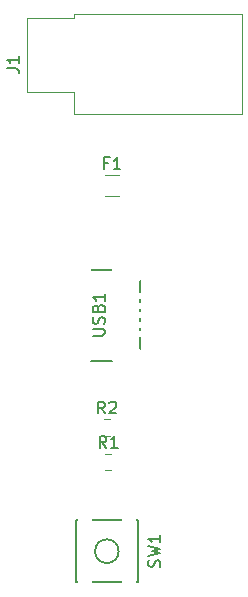
<source format=gto>
G04 #@! TF.GenerationSoftware,KiCad,Pcbnew,(5.1.4)-1*
G04 #@! TF.CreationDate,2021-10-17T20:58:04-04:00*
G04 #@! TF.ProjectId,a44key-pcb,6134346b-6579-42d7-9063-622e6b696361,rev?*
G04 #@! TF.SameCoordinates,Original*
G04 #@! TF.FileFunction,Legend,Top*
G04 #@! TF.FilePolarity,Positive*
%FSLAX46Y46*%
G04 Gerber Fmt 4.6, Leading zero omitted, Abs format (unit mm)*
G04 Created by KiCad (PCBNEW (5.1.4)-1) date 2021-10-17 20:58:04*
%MOMM*%
%LPD*%
G04 APERTURE LIST*
%ADD10C,0.120000*%
%ADD11C,0.150000*%
%ADD12C,1.852000*%
%ADD13C,4.089800*%
%ADD14C,0.100000*%
%ADD15C,1.077000*%
%ADD16R,1.202000X1.902000*%
%ADD17C,1.352000*%
%ADD18O,1.902000X2.902000*%
%ADD19O,2.802000X1.802000*%
%ADD20R,2.352000X0.602000*%
G04 APERTURE END LIST*
D10*
X80083922Y-89419500D02*
X80601078Y-89419500D01*
X80083922Y-87999500D02*
X80601078Y-87999500D01*
X79956922Y-86498500D02*
X80474078Y-86498500D01*
X79956922Y-85078500D02*
X80474078Y-85078500D01*
D11*
X77609000Y-98854500D02*
X77609000Y-93654500D01*
X77609000Y-93654500D02*
X82809000Y-93654500D01*
X82809000Y-93654500D02*
X82809000Y-98854500D01*
X82809000Y-98854500D02*
X77609000Y-98854500D01*
X81209000Y-96254500D02*
G75*
G03X81209000Y-96254500I-1000000J0D01*
G01*
D10*
X80039936Y-66188000D02*
X81244064Y-66188000D01*
X80039936Y-64368000D02*
X81244064Y-64368000D01*
X77420000Y-57338000D02*
X73420000Y-57338000D01*
X77420000Y-59238000D02*
X77420000Y-57338000D01*
X91660000Y-59238000D02*
X77420000Y-59238000D01*
X91660000Y-50798000D02*
X91660000Y-59238000D01*
X77420000Y-50798000D02*
X91660000Y-50798000D01*
X77420000Y-51098000D02*
X77420000Y-50798000D01*
X73420000Y-51098000D02*
X77420000Y-51098000D01*
X73420000Y-57338000D02*
X73420000Y-51098000D01*
D11*
X77533500Y-72413500D02*
X82983500Y-72413500D01*
X77533500Y-80113500D02*
X82983500Y-80113500D01*
X82983500Y-72413500D02*
X82983500Y-80113500D01*
X80175833Y-87511880D02*
X79842500Y-87035690D01*
X79604404Y-87511880D02*
X79604404Y-86511880D01*
X79985357Y-86511880D01*
X80080595Y-86559500D01*
X80128214Y-86607119D01*
X80175833Y-86702357D01*
X80175833Y-86845214D01*
X80128214Y-86940452D01*
X80080595Y-86988071D01*
X79985357Y-87035690D01*
X79604404Y-87035690D01*
X81128214Y-87511880D02*
X80556785Y-87511880D01*
X80842500Y-87511880D02*
X80842500Y-86511880D01*
X80747261Y-86654738D01*
X80652023Y-86749976D01*
X80556785Y-86797595D01*
X80048833Y-84590880D02*
X79715500Y-84114690D01*
X79477404Y-84590880D02*
X79477404Y-83590880D01*
X79858357Y-83590880D01*
X79953595Y-83638500D01*
X80001214Y-83686119D01*
X80048833Y-83781357D01*
X80048833Y-83924214D01*
X80001214Y-84019452D01*
X79953595Y-84067071D01*
X79858357Y-84114690D01*
X79477404Y-84114690D01*
X80429785Y-83686119D02*
X80477404Y-83638500D01*
X80572642Y-83590880D01*
X80810738Y-83590880D01*
X80905976Y-83638500D01*
X80953595Y-83686119D01*
X81001214Y-83781357D01*
X81001214Y-83876595D01*
X80953595Y-84019452D01*
X80382166Y-84590880D01*
X81001214Y-84590880D01*
X84677761Y-97587833D02*
X84725380Y-97444976D01*
X84725380Y-97206880D01*
X84677761Y-97111642D01*
X84630142Y-97064023D01*
X84534904Y-97016404D01*
X84439666Y-97016404D01*
X84344428Y-97064023D01*
X84296809Y-97111642D01*
X84249190Y-97206880D01*
X84201571Y-97397357D01*
X84153952Y-97492595D01*
X84106333Y-97540214D01*
X84011095Y-97587833D01*
X83915857Y-97587833D01*
X83820619Y-97540214D01*
X83773000Y-97492595D01*
X83725380Y-97397357D01*
X83725380Y-97159261D01*
X83773000Y-97016404D01*
X83725380Y-96683071D02*
X84725380Y-96444976D01*
X84011095Y-96254500D01*
X84725380Y-96064023D01*
X83725380Y-95825928D01*
X84725380Y-94921166D02*
X84725380Y-95492595D01*
X84725380Y-95206880D02*
X83725380Y-95206880D01*
X83868238Y-95302119D01*
X83963476Y-95397357D01*
X84011095Y-95492595D01*
X80308666Y-63386571D02*
X79975333Y-63386571D01*
X79975333Y-63910380D02*
X79975333Y-62910380D01*
X80451523Y-62910380D01*
X81356285Y-63910380D02*
X80784857Y-63910380D01*
X81070571Y-63910380D02*
X81070571Y-62910380D01*
X80975333Y-63053238D01*
X80880095Y-63148476D01*
X80784857Y-63196095D01*
X71742380Y-55351333D02*
X72456666Y-55351333D01*
X72599523Y-55398952D01*
X72694761Y-55494190D01*
X72742380Y-55637047D01*
X72742380Y-55732285D01*
X72742380Y-54351333D02*
X72742380Y-54922761D01*
X72742380Y-54637047D02*
X71742380Y-54637047D01*
X71885238Y-54732285D01*
X71980476Y-54827523D01*
X72028095Y-54922761D01*
X79017880Y-78001595D02*
X79827404Y-78001595D01*
X79922642Y-77953976D01*
X79970261Y-77906357D01*
X80017880Y-77811119D01*
X80017880Y-77620642D01*
X79970261Y-77525404D01*
X79922642Y-77477785D01*
X79827404Y-77430166D01*
X79017880Y-77430166D01*
X79970261Y-77001595D02*
X80017880Y-76858738D01*
X80017880Y-76620642D01*
X79970261Y-76525404D01*
X79922642Y-76477785D01*
X79827404Y-76430166D01*
X79732166Y-76430166D01*
X79636928Y-76477785D01*
X79589309Y-76525404D01*
X79541690Y-76620642D01*
X79494071Y-76811119D01*
X79446452Y-76906357D01*
X79398833Y-76953976D01*
X79303595Y-77001595D01*
X79208357Y-77001595D01*
X79113119Y-76953976D01*
X79065500Y-76906357D01*
X79017880Y-76811119D01*
X79017880Y-76573023D01*
X79065500Y-76430166D01*
X79494071Y-75668261D02*
X79541690Y-75525404D01*
X79589309Y-75477785D01*
X79684547Y-75430166D01*
X79827404Y-75430166D01*
X79922642Y-75477785D01*
X79970261Y-75525404D01*
X80017880Y-75620642D01*
X80017880Y-76001595D01*
X79017880Y-76001595D01*
X79017880Y-75668261D01*
X79065500Y-75573023D01*
X79113119Y-75525404D01*
X79208357Y-75477785D01*
X79303595Y-75477785D01*
X79398833Y-75525404D01*
X79446452Y-75573023D01*
X79494071Y-75668261D01*
X79494071Y-76001595D01*
X80017880Y-74477785D02*
X80017880Y-75049214D01*
X80017880Y-74763500D02*
X79017880Y-74763500D01*
X79160738Y-74858738D01*
X79255976Y-74953976D01*
X79303595Y-75049214D01*
%LPC*%
D12*
X99839403Y-136797699D03*
X90025597Y-139427301D03*
D13*
X94932500Y-138112500D03*
D12*
X195262500Y-108267500D03*
X185102500Y-108267500D03*
D13*
X190182500Y-108267500D03*
D12*
X119062500Y-113030000D03*
X108902500Y-113030000D03*
D13*
X113982500Y-113030000D03*
D12*
X138112500Y-119380000D03*
X127952500Y-119380000D03*
D13*
X133032500Y-119380000D03*
D12*
X100012500Y-108267500D03*
X89852500Y-108267500D03*
D13*
X94932500Y-108267500D03*
D12*
X157162500Y-124142500D03*
X147002500Y-124142500D03*
D13*
X152082500Y-124142500D03*
D12*
X118889403Y-133940199D03*
X109075597Y-136569801D03*
D13*
X113982500Y-135255000D03*
D12*
X157162500Y-105092500D03*
X147002500Y-105092500D03*
D13*
X152082500Y-105092500D03*
D12*
X176212500Y-111442500D03*
X166052500Y-111442500D03*
D13*
X171132500Y-111442500D03*
D14*
G36*
X81575641Y-87959797D02*
G01*
X81601778Y-87963674D01*
X81627409Y-87970094D01*
X81652288Y-87978995D01*
X81676174Y-87990293D01*
X81698837Y-88003877D01*
X81720060Y-88019617D01*
X81739639Y-88037361D01*
X81757383Y-88056940D01*
X81773123Y-88078163D01*
X81786707Y-88100826D01*
X81798005Y-88124712D01*
X81806906Y-88149591D01*
X81813326Y-88175222D01*
X81817203Y-88201359D01*
X81818500Y-88227750D01*
X81818500Y-89191250D01*
X81817203Y-89217641D01*
X81813326Y-89243778D01*
X81806906Y-89269409D01*
X81798005Y-89294288D01*
X81786707Y-89318174D01*
X81773123Y-89340837D01*
X81757383Y-89362060D01*
X81739639Y-89381639D01*
X81720060Y-89399383D01*
X81698837Y-89415123D01*
X81676174Y-89428707D01*
X81652288Y-89440005D01*
X81627409Y-89448906D01*
X81601778Y-89455326D01*
X81575641Y-89459203D01*
X81549250Y-89460500D01*
X81010750Y-89460500D01*
X80984359Y-89459203D01*
X80958222Y-89455326D01*
X80932591Y-89448906D01*
X80907712Y-89440005D01*
X80883826Y-89428707D01*
X80861163Y-89415123D01*
X80839940Y-89399383D01*
X80820361Y-89381639D01*
X80802617Y-89362060D01*
X80786877Y-89340837D01*
X80773293Y-89318174D01*
X80761995Y-89294288D01*
X80753094Y-89269409D01*
X80746674Y-89243778D01*
X80742797Y-89217641D01*
X80741500Y-89191250D01*
X80741500Y-88227750D01*
X80742797Y-88201359D01*
X80746674Y-88175222D01*
X80753094Y-88149591D01*
X80761995Y-88124712D01*
X80773293Y-88100826D01*
X80786877Y-88078163D01*
X80802617Y-88056940D01*
X80820361Y-88037361D01*
X80839940Y-88019617D01*
X80861163Y-88003877D01*
X80883826Y-87990293D01*
X80907712Y-87978995D01*
X80932591Y-87970094D01*
X80958222Y-87963674D01*
X80984359Y-87959797D01*
X81010750Y-87958500D01*
X81549250Y-87958500D01*
X81575641Y-87959797D01*
X81575641Y-87959797D01*
G37*
D15*
X81280000Y-88709500D03*
D14*
G36*
X79700641Y-87959797D02*
G01*
X79726778Y-87963674D01*
X79752409Y-87970094D01*
X79777288Y-87978995D01*
X79801174Y-87990293D01*
X79823837Y-88003877D01*
X79845060Y-88019617D01*
X79864639Y-88037361D01*
X79882383Y-88056940D01*
X79898123Y-88078163D01*
X79911707Y-88100826D01*
X79923005Y-88124712D01*
X79931906Y-88149591D01*
X79938326Y-88175222D01*
X79942203Y-88201359D01*
X79943500Y-88227750D01*
X79943500Y-89191250D01*
X79942203Y-89217641D01*
X79938326Y-89243778D01*
X79931906Y-89269409D01*
X79923005Y-89294288D01*
X79911707Y-89318174D01*
X79898123Y-89340837D01*
X79882383Y-89362060D01*
X79864639Y-89381639D01*
X79845060Y-89399383D01*
X79823837Y-89415123D01*
X79801174Y-89428707D01*
X79777288Y-89440005D01*
X79752409Y-89448906D01*
X79726778Y-89455326D01*
X79700641Y-89459203D01*
X79674250Y-89460500D01*
X79135750Y-89460500D01*
X79109359Y-89459203D01*
X79083222Y-89455326D01*
X79057591Y-89448906D01*
X79032712Y-89440005D01*
X79008826Y-89428707D01*
X78986163Y-89415123D01*
X78964940Y-89399383D01*
X78945361Y-89381639D01*
X78927617Y-89362060D01*
X78911877Y-89340837D01*
X78898293Y-89318174D01*
X78886995Y-89294288D01*
X78878094Y-89269409D01*
X78871674Y-89243778D01*
X78867797Y-89217641D01*
X78866500Y-89191250D01*
X78866500Y-88227750D01*
X78867797Y-88201359D01*
X78871674Y-88175222D01*
X78878094Y-88149591D01*
X78886995Y-88124712D01*
X78898293Y-88100826D01*
X78911877Y-88078163D01*
X78927617Y-88056940D01*
X78945361Y-88037361D01*
X78964940Y-88019617D01*
X78986163Y-88003877D01*
X79008826Y-87990293D01*
X79032712Y-87978995D01*
X79057591Y-87970094D01*
X79083222Y-87963674D01*
X79109359Y-87959797D01*
X79135750Y-87958500D01*
X79674250Y-87958500D01*
X79700641Y-87959797D01*
X79700641Y-87959797D01*
G37*
D15*
X79405000Y-88709500D03*
D14*
G36*
X81448641Y-85038797D02*
G01*
X81474778Y-85042674D01*
X81500409Y-85049094D01*
X81525288Y-85057995D01*
X81549174Y-85069293D01*
X81571837Y-85082877D01*
X81593060Y-85098617D01*
X81612639Y-85116361D01*
X81630383Y-85135940D01*
X81646123Y-85157163D01*
X81659707Y-85179826D01*
X81671005Y-85203712D01*
X81679906Y-85228591D01*
X81686326Y-85254222D01*
X81690203Y-85280359D01*
X81691500Y-85306750D01*
X81691500Y-86270250D01*
X81690203Y-86296641D01*
X81686326Y-86322778D01*
X81679906Y-86348409D01*
X81671005Y-86373288D01*
X81659707Y-86397174D01*
X81646123Y-86419837D01*
X81630383Y-86441060D01*
X81612639Y-86460639D01*
X81593060Y-86478383D01*
X81571837Y-86494123D01*
X81549174Y-86507707D01*
X81525288Y-86519005D01*
X81500409Y-86527906D01*
X81474778Y-86534326D01*
X81448641Y-86538203D01*
X81422250Y-86539500D01*
X80883750Y-86539500D01*
X80857359Y-86538203D01*
X80831222Y-86534326D01*
X80805591Y-86527906D01*
X80780712Y-86519005D01*
X80756826Y-86507707D01*
X80734163Y-86494123D01*
X80712940Y-86478383D01*
X80693361Y-86460639D01*
X80675617Y-86441060D01*
X80659877Y-86419837D01*
X80646293Y-86397174D01*
X80634995Y-86373288D01*
X80626094Y-86348409D01*
X80619674Y-86322778D01*
X80615797Y-86296641D01*
X80614500Y-86270250D01*
X80614500Y-85306750D01*
X80615797Y-85280359D01*
X80619674Y-85254222D01*
X80626094Y-85228591D01*
X80634995Y-85203712D01*
X80646293Y-85179826D01*
X80659877Y-85157163D01*
X80675617Y-85135940D01*
X80693361Y-85116361D01*
X80712940Y-85098617D01*
X80734163Y-85082877D01*
X80756826Y-85069293D01*
X80780712Y-85057995D01*
X80805591Y-85049094D01*
X80831222Y-85042674D01*
X80857359Y-85038797D01*
X80883750Y-85037500D01*
X81422250Y-85037500D01*
X81448641Y-85038797D01*
X81448641Y-85038797D01*
G37*
D15*
X81153000Y-85788500D03*
D14*
G36*
X79573641Y-85038797D02*
G01*
X79599778Y-85042674D01*
X79625409Y-85049094D01*
X79650288Y-85057995D01*
X79674174Y-85069293D01*
X79696837Y-85082877D01*
X79718060Y-85098617D01*
X79737639Y-85116361D01*
X79755383Y-85135940D01*
X79771123Y-85157163D01*
X79784707Y-85179826D01*
X79796005Y-85203712D01*
X79804906Y-85228591D01*
X79811326Y-85254222D01*
X79815203Y-85280359D01*
X79816500Y-85306750D01*
X79816500Y-86270250D01*
X79815203Y-86296641D01*
X79811326Y-86322778D01*
X79804906Y-86348409D01*
X79796005Y-86373288D01*
X79784707Y-86397174D01*
X79771123Y-86419837D01*
X79755383Y-86441060D01*
X79737639Y-86460639D01*
X79718060Y-86478383D01*
X79696837Y-86494123D01*
X79674174Y-86507707D01*
X79650288Y-86519005D01*
X79625409Y-86527906D01*
X79599778Y-86534326D01*
X79573641Y-86538203D01*
X79547250Y-86539500D01*
X79008750Y-86539500D01*
X78982359Y-86538203D01*
X78956222Y-86534326D01*
X78930591Y-86527906D01*
X78905712Y-86519005D01*
X78881826Y-86507707D01*
X78859163Y-86494123D01*
X78837940Y-86478383D01*
X78818361Y-86460639D01*
X78800617Y-86441060D01*
X78784877Y-86419837D01*
X78771293Y-86397174D01*
X78759995Y-86373288D01*
X78751094Y-86348409D01*
X78744674Y-86322778D01*
X78740797Y-86296641D01*
X78739500Y-86270250D01*
X78739500Y-85306750D01*
X78740797Y-85280359D01*
X78744674Y-85254222D01*
X78751094Y-85228591D01*
X78759995Y-85203712D01*
X78771293Y-85179826D01*
X78784877Y-85157163D01*
X78800617Y-85135940D01*
X78818361Y-85116361D01*
X78837940Y-85098617D01*
X78859163Y-85082877D01*
X78881826Y-85069293D01*
X78905712Y-85057995D01*
X78930591Y-85049094D01*
X78956222Y-85042674D01*
X78982359Y-85038797D01*
X79008750Y-85037500D01*
X79547250Y-85037500D01*
X79573641Y-85038797D01*
X79573641Y-85038797D01*
G37*
D15*
X79278000Y-85788500D03*
D16*
X82059000Y-99354500D03*
X78359000Y-93154500D03*
X78359000Y-99354500D03*
X82059000Y-93154500D03*
D14*
G36*
X82474104Y-64353302D02*
G01*
X82500352Y-64357196D01*
X82526093Y-64363643D01*
X82551078Y-64372583D01*
X82575066Y-64383928D01*
X82597826Y-64397571D01*
X82619140Y-64413378D01*
X82638802Y-64431198D01*
X82656622Y-64450860D01*
X82672429Y-64472174D01*
X82686072Y-64494934D01*
X82697417Y-64518922D01*
X82706357Y-64543907D01*
X82712804Y-64569648D01*
X82716698Y-64595896D01*
X82718000Y-64622400D01*
X82718000Y-65933600D01*
X82716698Y-65960104D01*
X82712804Y-65986352D01*
X82706357Y-66012093D01*
X82697417Y-66037078D01*
X82686072Y-66061066D01*
X82672429Y-66083826D01*
X82656622Y-66105140D01*
X82638802Y-66124802D01*
X82619140Y-66142622D01*
X82597826Y-66158429D01*
X82575066Y-66172072D01*
X82551078Y-66183417D01*
X82526093Y-66192357D01*
X82500352Y-66198804D01*
X82474104Y-66202698D01*
X82447600Y-66204000D01*
X81636400Y-66204000D01*
X81609896Y-66202698D01*
X81583648Y-66198804D01*
X81557907Y-66192357D01*
X81532922Y-66183417D01*
X81508934Y-66172072D01*
X81486174Y-66158429D01*
X81464860Y-66142622D01*
X81445198Y-66124802D01*
X81427378Y-66105140D01*
X81411571Y-66083826D01*
X81397928Y-66061066D01*
X81386583Y-66037078D01*
X81377643Y-66012093D01*
X81371196Y-65986352D01*
X81367302Y-65960104D01*
X81366000Y-65933600D01*
X81366000Y-64622400D01*
X81367302Y-64595896D01*
X81371196Y-64569648D01*
X81377643Y-64543907D01*
X81386583Y-64518922D01*
X81397928Y-64494934D01*
X81411571Y-64472174D01*
X81427378Y-64450860D01*
X81445198Y-64431198D01*
X81464860Y-64413378D01*
X81486174Y-64397571D01*
X81508934Y-64383928D01*
X81532922Y-64372583D01*
X81557907Y-64363643D01*
X81583648Y-64357196D01*
X81609896Y-64353302D01*
X81636400Y-64352000D01*
X82447600Y-64352000D01*
X82474104Y-64353302D01*
X82474104Y-64353302D01*
G37*
D17*
X82042000Y-65278000D03*
D14*
G36*
X79674104Y-64353302D02*
G01*
X79700352Y-64357196D01*
X79726093Y-64363643D01*
X79751078Y-64372583D01*
X79775066Y-64383928D01*
X79797826Y-64397571D01*
X79819140Y-64413378D01*
X79838802Y-64431198D01*
X79856622Y-64450860D01*
X79872429Y-64472174D01*
X79886072Y-64494934D01*
X79897417Y-64518922D01*
X79906357Y-64543907D01*
X79912804Y-64569648D01*
X79916698Y-64595896D01*
X79918000Y-64622400D01*
X79918000Y-65933600D01*
X79916698Y-65960104D01*
X79912804Y-65986352D01*
X79906357Y-66012093D01*
X79897417Y-66037078D01*
X79886072Y-66061066D01*
X79872429Y-66083826D01*
X79856622Y-66105140D01*
X79838802Y-66124802D01*
X79819140Y-66142622D01*
X79797826Y-66158429D01*
X79775066Y-66172072D01*
X79751078Y-66183417D01*
X79726093Y-66192357D01*
X79700352Y-66198804D01*
X79674104Y-66202698D01*
X79647600Y-66204000D01*
X78836400Y-66204000D01*
X78809896Y-66202698D01*
X78783648Y-66198804D01*
X78757907Y-66192357D01*
X78732922Y-66183417D01*
X78708934Y-66172072D01*
X78686174Y-66158429D01*
X78664860Y-66142622D01*
X78645198Y-66124802D01*
X78627378Y-66105140D01*
X78611571Y-66083826D01*
X78597928Y-66061066D01*
X78586583Y-66037078D01*
X78577643Y-66012093D01*
X78571196Y-65986352D01*
X78567302Y-65960104D01*
X78566000Y-65933600D01*
X78566000Y-64622400D01*
X78567302Y-64595896D01*
X78571196Y-64569648D01*
X78577643Y-64543907D01*
X78586583Y-64518922D01*
X78597928Y-64494934D01*
X78611571Y-64472174D01*
X78627378Y-64450860D01*
X78645198Y-64431198D01*
X78664860Y-64413378D01*
X78686174Y-64397571D01*
X78708934Y-64383928D01*
X78732922Y-64372583D01*
X78757907Y-64363643D01*
X78783648Y-64357196D01*
X78809896Y-64353302D01*
X78836400Y-64352000D01*
X79647600Y-64352000D01*
X79674104Y-64353302D01*
X79674104Y-64353302D01*
G37*
D17*
X79242000Y-65278000D03*
D18*
X84840000Y-55118000D03*
X90340000Y-55118000D03*
X86640000Y-53118000D03*
X81140000Y-53118000D03*
X78740000Y-55118000D03*
D19*
X77533500Y-72613500D03*
X77533500Y-79913500D03*
X82033500Y-79913500D03*
X82033500Y-72613500D03*
D20*
X82033500Y-74663500D03*
X82033500Y-75463500D03*
X82033500Y-76263500D03*
X82033500Y-77063500D03*
X82033500Y-77863500D03*
D12*
X195262500Y-89217500D03*
X185102500Y-89217500D03*
D13*
X190182500Y-89217500D03*
D12*
X195262500Y-70167500D03*
X185102500Y-70167500D03*
D13*
X190182500Y-70167500D03*
D12*
X176212500Y-92392500D03*
X166052500Y-92392500D03*
D13*
X171132500Y-92392500D03*
D12*
X176212500Y-73342500D03*
X166052500Y-73342500D03*
D13*
X171132500Y-73342500D03*
D12*
X157162500Y-86042500D03*
X147002500Y-86042500D03*
D13*
X152082500Y-86042500D03*
D12*
X157162500Y-66992500D03*
X147002500Y-66992500D03*
D13*
X152082500Y-66992500D03*
D12*
X138112500Y-100330000D03*
X127952500Y-100330000D03*
D13*
X133032500Y-100330000D03*
D12*
X138112500Y-81280000D03*
X127952500Y-81280000D03*
D13*
X133032500Y-81280000D03*
D12*
X138112500Y-62230000D03*
X127952500Y-62230000D03*
D13*
X133032500Y-62230000D03*
D12*
X119062500Y-93980000D03*
X108902500Y-93980000D03*
D13*
X113982500Y-93980000D03*
D12*
X119062500Y-74930000D03*
X108902500Y-74930000D03*
D13*
X113982500Y-74930000D03*
D12*
X100012500Y-89217500D03*
X89852500Y-89217500D03*
D13*
X94932500Y-89217500D03*
D12*
X100012500Y-70167500D03*
X89852500Y-70167500D03*
D13*
X94932500Y-70167500D03*
M02*

</source>
